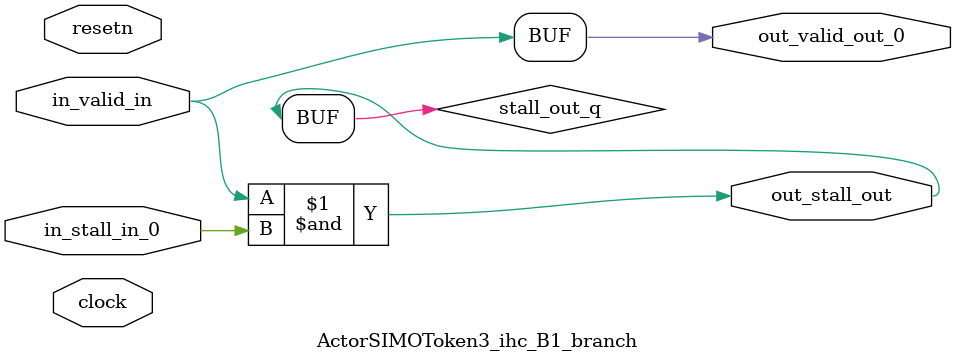
<source format=sv>



(* altera_attribute = "-name AUTO_SHIFT_REGISTER_RECOGNITION OFF; -name MESSAGE_DISABLE 10036; -name MESSAGE_DISABLE 10037; -name MESSAGE_DISABLE 14130; -name MESSAGE_DISABLE 14320; -name MESSAGE_DISABLE 15400; -name MESSAGE_DISABLE 14130; -name MESSAGE_DISABLE 10036; -name MESSAGE_DISABLE 12020; -name MESSAGE_DISABLE 12030; -name MESSAGE_DISABLE 12010; -name MESSAGE_DISABLE 12110; -name MESSAGE_DISABLE 14320; -name MESSAGE_DISABLE 13410; -name MESSAGE_DISABLE 113007; -name MESSAGE_DISABLE 10958" *)
module ActorSIMOToken3_ihc_B1_branch (
    input wire [0:0] in_stall_in_0,
    input wire [0:0] in_valid_in,
    output wire [0:0] out_stall_out,
    output wire [0:0] out_valid_out_0,
    input wire clock,
    input wire resetn
    );

    wire [0:0] stall_out_q;


    // stall_out(LOGICAL,6)
    assign stall_out_q = in_valid_in & in_stall_in_0;

    // out_stall_out(GPOUT,4)
    assign out_stall_out = stall_out_q;

    // out_valid_out_0(GPOUT,5)
    assign out_valid_out_0 = in_valid_in;

endmodule

</source>
